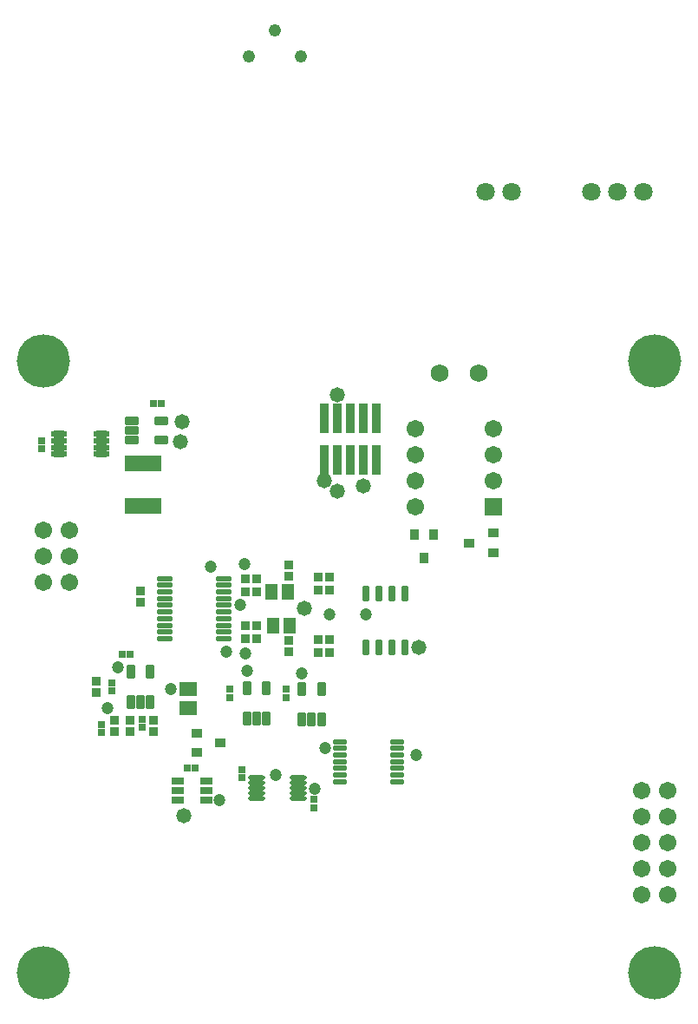
<source format=gbr>
G04 Layer_Color=8388736*
%FSLAX26Y26*%
%MOIN*%
%TF.FileFunction,Soldermask,Top*%
%TF.Part,Single*%
G01*
G75*
%TA.AperFunction,SMDPad,CuDef*%
G04:AMPARAMS|DCode=51|XSize=33.591mil|YSize=55.244mil|CornerRadius=5.919mil|HoleSize=0mil|Usage=FLASHONLY|Rotation=90.000|XOffset=0mil|YOffset=0mil|HoleType=Round|Shape=RoundedRectangle|*
%AMROUNDEDRECTD51*
21,1,0.033591,0.043406,0,0,90.0*
21,1,0.021752,0.055244,0,0,90.0*
1,1,0.011839,0.021703,0.010876*
1,1,0.011839,0.021703,-0.010876*
1,1,0.011839,-0.021703,-0.010876*
1,1,0.011839,-0.021703,0.010876*
%
%ADD51ROUNDEDRECTD51*%
%ADD52O,0.063118X0.021779*%
%ADD53R,0.028472X0.028472*%
%ADD54R,0.028472X0.028472*%
%ADD55O,0.063118X0.024535*%
G04:AMPARAMS|DCode=56|XSize=29.654mil|YSize=57.213mil|CornerRadius=5.949mil|HoleSize=0mil|Usage=FLASHONLY|Rotation=0.000|XOffset=0mil|YOffset=0mil|HoleType=Round|Shape=RoundedRectangle|*
%AMROUNDEDRECTD56*
21,1,0.029654,0.045315,0,0,0.0*
21,1,0.017756,0.057213,0,0,0.0*
1,1,0.011898,0.008878,-0.022657*
1,1,0.011898,-0.008878,-0.022657*
1,1,0.011898,-0.008878,0.022657*
1,1,0.011898,0.008878,0.022657*
%
%ADD56ROUNDEDRECTD56*%
%ADD57R,0.037528X0.033591*%
G04:AMPARAMS|DCode=58|XSize=33.591mil|YSize=55.244mil|CornerRadius=5.919mil|HoleSize=0mil|Usage=FLASHONLY|Rotation=180.000|XOffset=0mil|YOffset=0mil|HoleType=Round|Shape=RoundedRectangle|*
%AMROUNDEDRECTD58*
21,1,0.033591,0.043406,0,0,180.0*
21,1,0.021752,0.055244,0,0,180.0*
1,1,0.011839,-0.010876,0.021703*
1,1,0.011839,0.010876,0.021703*
1,1,0.011839,0.010876,-0.021703*
1,1,0.011839,-0.010876,-0.021703*
%
%ADD58ROUNDEDRECTD58*%
%ADD59R,0.033591X0.037528*%
%ADD60R,0.045402X0.061150*%
%ADD61R,0.065087X0.053276*%
%ADD62R,0.043433X0.033591*%
%ADD63R,0.033591X0.043433*%
%ADD64R,0.047370X0.031622*%
%ADD65O,0.057213X0.021779*%
%ADD66O,0.065087X0.017843*%
%ADD67R,0.141858X0.063118*%
%ADD68R,0.037134X0.117843*%
%TA.AperFunction,ComponentPad*%
%ADD69C,0.070992*%
%ADD70C,0.048000*%
%ADD71R,0.067055X0.067055*%
%ADD72C,0.067055*%
%ADD73C,0.068000*%
%TA.AperFunction,ViaPad*%
%ADD74C,0.204850*%
%ADD75C,0.047370*%
%ADD76C,0.058000*%
D51*
X455071Y2120402D02*
D03*
Y2045599D02*
D03*
X338929D02*
D03*
Y2083000D02*
D03*
Y2120402D02*
D03*
D52*
X692213Y1284299D02*
D03*
Y1309890D02*
D03*
Y1335480D02*
D03*
Y1361071D02*
D03*
Y1386661D02*
D03*
Y1412252D02*
D03*
Y1437843D02*
D03*
Y1463433D02*
D03*
Y1489024D02*
D03*
Y1514614D02*
D03*
X465835Y1284299D02*
D03*
Y1309890D02*
D03*
Y1335480D02*
D03*
Y1361071D02*
D03*
Y1386661D02*
D03*
Y1412252D02*
D03*
Y1437843D02*
D03*
Y1463433D02*
D03*
Y1489024D02*
D03*
Y1514614D02*
D03*
D53*
X454748Y2187000D02*
D03*
X423252D02*
D03*
X334772Y1224457D02*
D03*
X303276D02*
D03*
X583591Y787693D02*
D03*
X552095D02*
D03*
D54*
X-6000Y2043748D02*
D03*
Y2012252D02*
D03*
X717024Y1089205D02*
D03*
Y1057709D02*
D03*
X933024Y1090205D02*
D03*
Y1058709D02*
D03*
X764260Y750480D02*
D03*
Y781976D02*
D03*
X224024Y955205D02*
D03*
Y923709D02*
D03*
X379024Y975205D02*
D03*
Y943709D02*
D03*
X264024Y1115205D02*
D03*
Y1083709D02*
D03*
X1041819Y635323D02*
D03*
Y666819D02*
D03*
D55*
X223693Y1992614D02*
D03*
Y2018205D02*
D03*
Y2043795D02*
D03*
Y2069386D02*
D03*
X60307Y1992614D02*
D03*
Y2018205D02*
D03*
Y2043795D02*
D03*
Y2069386D02*
D03*
D56*
X1239024Y1251110D02*
D03*
X1289024D02*
D03*
X1339024D02*
D03*
X1389024D02*
D03*
X1239024Y1457803D02*
D03*
X1289024D02*
D03*
X1339024D02*
D03*
X1389024D02*
D03*
D57*
X334024Y927803D02*
D03*
Y971110D02*
D03*
X374024Y1422803D02*
D03*
Y1466110D02*
D03*
X944024Y1566110D02*
D03*
Y1522803D02*
D03*
Y1232803D02*
D03*
Y1276110D02*
D03*
X274024Y971110D02*
D03*
Y927803D02*
D03*
X204024Y1077803D02*
D03*
Y1121110D02*
D03*
X424024Y971110D02*
D03*
Y927803D02*
D03*
D58*
X336622Y1157528D02*
D03*
X411425D02*
D03*
Y1041386D02*
D03*
X374024D02*
D03*
X336622D02*
D03*
X994024Y1090963D02*
D03*
X1068827D02*
D03*
Y974821D02*
D03*
X1031425D02*
D03*
X994024D02*
D03*
X783853Y1092528D02*
D03*
X858657D02*
D03*
Y976386D02*
D03*
X821255D02*
D03*
X783853D02*
D03*
D59*
X1057370Y1279457D02*
D03*
X1100677D02*
D03*
X777370Y1334457D02*
D03*
X820677D02*
D03*
X1057370Y1229457D02*
D03*
X1100677D02*
D03*
X820677Y1284457D02*
D03*
X777370D02*
D03*
X1057370Y1519457D02*
D03*
X1100677D02*
D03*
X1057370Y1469457D02*
D03*
X1100677D02*
D03*
X777370Y1514457D02*
D03*
X820677D02*
D03*
X820677Y1464457D02*
D03*
X777370D02*
D03*
D60*
X945520Y1334457D02*
D03*
X882528D02*
D03*
X940520Y1464457D02*
D03*
X877528D02*
D03*
D61*
X556024Y1088890D02*
D03*
Y1018024D02*
D03*
D62*
X589063Y921740D02*
D03*
Y846937D02*
D03*
X679614Y884339D02*
D03*
X1728827Y1614654D02*
D03*
Y1689457D02*
D03*
X1638276Y1652055D02*
D03*
D63*
X1501425Y1684732D02*
D03*
X1426622D02*
D03*
X1464024Y1594181D02*
D03*
D64*
X625480Y737685D02*
D03*
Y700284D02*
D03*
Y662882D02*
D03*
X517213D02*
D03*
Y700284D02*
D03*
Y737685D02*
D03*
D65*
X1361701Y734732D02*
D03*
Y760323D02*
D03*
Y785913D02*
D03*
Y811504D02*
D03*
Y837095D02*
D03*
Y862685D02*
D03*
Y888276D02*
D03*
X1139260Y734732D02*
D03*
Y760323D02*
D03*
Y785913D02*
D03*
Y811504D02*
D03*
Y837095D02*
D03*
Y862685D02*
D03*
Y888276D02*
D03*
D66*
X820480Y750402D02*
D03*
Y730717D02*
D03*
Y711032D02*
D03*
Y691346D02*
D03*
Y671662D02*
D03*
X979929Y750402D02*
D03*
Y730717D02*
D03*
Y711032D02*
D03*
Y691346D02*
D03*
Y671662D02*
D03*
D67*
X383000Y1956709D02*
D03*
Y1795291D02*
D03*
D68*
X1279024Y2129575D02*
D03*
X1229024D02*
D03*
X1179024D02*
D03*
X1129024D02*
D03*
X1079024D02*
D03*
Y1969339D02*
D03*
X1129024D02*
D03*
X1179024D02*
D03*
X1229024D02*
D03*
X1279024D02*
D03*
D69*
X2306299Y3000000D02*
D03*
X2206299D02*
D03*
X2106299D02*
D03*
X1700000D02*
D03*
X1800000D02*
D03*
D70*
X890000Y3620000D02*
D03*
X990000Y3520000D02*
D03*
X790000D02*
D03*
D71*
X1729024Y1789457D02*
D03*
D72*
Y1889457D02*
D03*
Y1989457D02*
D03*
Y2089457D02*
D03*
X1429024Y1789457D02*
D03*
Y1889457D02*
D03*
Y1989457D02*
D03*
Y2089457D02*
D03*
X2400000Y300000D02*
D03*
Y400000D02*
D03*
Y500000D02*
D03*
Y600000D02*
D03*
Y700000D02*
D03*
X2300000Y300000D02*
D03*
Y400000D02*
D03*
Y500000D02*
D03*
Y600000D02*
D03*
Y700000D02*
D03*
X0Y1700000D02*
D03*
Y1600000D02*
D03*
Y1500000D02*
D03*
X100000Y1700000D02*
D03*
Y1600000D02*
D03*
Y1500000D02*
D03*
D73*
X1523622Y2303150D02*
D03*
X1673228D02*
D03*
D74*
X2350000Y2350000D02*
D03*
X0D02*
D03*
X2350000Y0D02*
D03*
X0D02*
D03*
D75*
X776000Y1227000D02*
D03*
X1239756Y1377756D02*
D03*
X1099354Y1377000D02*
D03*
X994024Y1149457D02*
D03*
X774024Y1569457D02*
D03*
X489024Y1089457D02*
D03*
X644024Y1559457D02*
D03*
X758024Y1412457D02*
D03*
X288024Y1174457D02*
D03*
X783024Y1159457D02*
D03*
X702024Y1234457D02*
D03*
X246024Y1017457D02*
D03*
X893197Y761307D02*
D03*
X1433551Y836110D02*
D03*
X1042803Y708158D02*
D03*
X1085126Y863669D02*
D03*
X675677Y665106D02*
D03*
D76*
X1003000Y1399000D02*
D03*
X526000Y2041000D02*
D03*
X533000Y2118000D02*
D03*
X1444024Y1249457D02*
D03*
X538843Y603693D02*
D03*
X1230000Y1870000D02*
D03*
X1130000Y2220000D02*
D03*
Y1850000D02*
D03*
X1080000Y1890000D02*
D03*
%TF.MD5,89095e6b463a8e52229185c9ff59ead7*%
M02*

</source>
